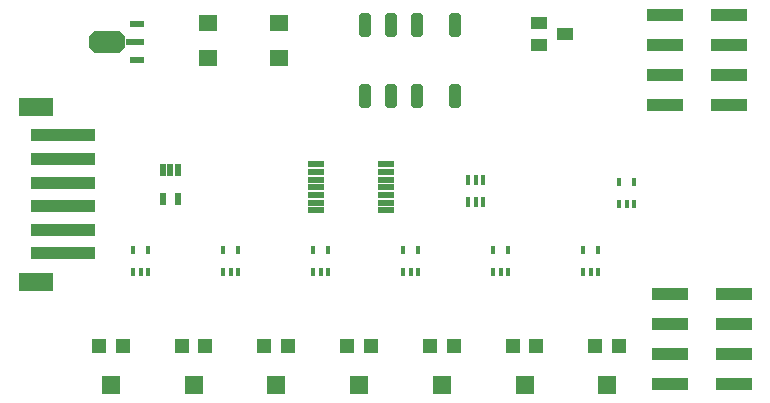
<source format=gbr>
%TF.GenerationSoftware,Altium Limited,Altium Designer,21.1.1 (26)*%
G04 Layer_Color=255*
%FSLAX26Y26*%
%MOIN*%
%TF.SameCoordinates,5075B572-C75D-40FD-B4B0-80468548393A*%
%TF.FilePolarity,Positive*%
%TF.FileFunction,Pads,Top*%
%TF.Part,Single*%
G01*
G75*
%TA.AperFunction,SMDPad,CuDef*%
%ADD10R,0.047244X0.047244*%
%ADD11R,0.062992X0.059055*%
%ADD12R,0.013780X0.027559*%
%ADD13R,0.122047X0.039370*%
G04:AMPARAMS|DCode=14|XSize=39.37mil|YSize=78.74mil|CornerRadius=9.842mil|HoleSize=0mil|Usage=FLASHONLY|Rotation=180.000|XOffset=0mil|YOffset=0mil|HoleType=Round|Shape=RoundedRectangle|*
%AMROUNDEDRECTD14*
21,1,0.039370,0.059055,0,0,180.0*
21,1,0.019685,0.078740,0,0,180.0*
1,1,0.019685,-0.009843,0.029528*
1,1,0.019685,0.009843,0.029528*
1,1,0.019685,0.009843,-0.029528*
1,1,0.019685,-0.009843,-0.029528*
%
%ADD14ROUNDEDRECTD14*%
G04:AMPARAMS|DCode=15|XSize=70.866mil|YSize=118.11mil|CornerRadius=0mil|HoleSize=0mil|Usage=FLASHONLY|Rotation=270.000|XOffset=0mil|YOffset=0mil|HoleType=Round|Shape=Octagon|*
%AMOCTAGOND15*
4,1,8,0.059055,0.017716,0.059055,-0.017716,0.041339,-0.035433,-0.041339,-0.035433,-0.059055,-0.017716,-0.059055,0.017716,-0.041339,0.035433,0.041339,0.035433,0.059055,0.017716,0.0*
%
%ADD15OCTAGOND15*%

%ADD16R,0.047244X0.019685*%
%ADD17R,0.062992X0.019685*%
%ADD18R,0.059055X0.055118*%
%ADD19R,0.055118X0.039370*%
G04:AMPARAMS|DCode=20|XSize=15.748mil|YSize=33.465mil|CornerRadius=3.937mil|HoleSize=0mil|Usage=FLASHONLY|Rotation=0.000|XOffset=0mil|YOffset=0mil|HoleType=Round|Shape=RoundedRectangle|*
%AMROUNDEDRECTD20*
21,1,0.015748,0.025591,0,0,0.0*
21,1,0.007874,0.033465,0,0,0.0*
1,1,0.007874,0.003937,-0.012795*
1,1,0.007874,-0.003937,-0.012795*
1,1,0.007874,-0.003937,0.012795*
1,1,0.007874,0.003937,0.012795*
%
%ADD20ROUNDEDRECTD20*%
G04:AMPARAMS|DCode=21|XSize=17.716mil|YSize=55.118mil|CornerRadius=1.949mil|HoleSize=0mil|Usage=FLASHONLY|Rotation=90.000|XOffset=0mil|YOffset=0mil|HoleType=Round|Shape=RoundedRectangle|*
%AMROUNDEDRECTD21*
21,1,0.017716,0.051221,0,0,90.0*
21,1,0.013819,0.055118,0,0,90.0*
1,1,0.003898,0.025610,0.006910*
1,1,0.003898,0.025610,-0.006910*
1,1,0.003898,-0.025610,-0.006910*
1,1,0.003898,-0.025610,0.006910*
%
%ADD21ROUNDEDRECTD21*%
G04:AMPARAMS|DCode=22|XSize=17.716mil|YSize=41.339mil|CornerRadius=1.949mil|HoleSize=0mil|Usage=FLASHONLY|Rotation=0.000|XOffset=0mil|YOffset=0mil|HoleType=Round|Shape=RoundedRectangle|*
%AMROUNDEDRECTD22*
21,1,0.017716,0.037441,0,0,0.0*
21,1,0.013819,0.041339,0,0,0.0*
1,1,0.003898,0.006910,-0.018721*
1,1,0.003898,-0.006910,-0.018721*
1,1,0.003898,-0.006910,0.018721*
1,1,0.003898,0.006910,0.018721*
%
%ADD22ROUNDEDRECTD22*%
%ADD23R,0.118110X0.062992*%
%ADD24R,0.216535X0.039370*%
D10*
X2394796Y1205866D02*
D03*
X2473536D02*
D03*
X1567296D02*
D03*
X1646036D02*
D03*
X1370204D02*
D03*
X1291464D02*
D03*
X2118964D02*
D03*
X2197706D02*
D03*
X1015630D02*
D03*
X1094370D02*
D03*
X1843130D02*
D03*
X1921870D02*
D03*
X2749370D02*
D03*
X2670630D02*
D03*
D11*
X2434166Y1077914D02*
D03*
X1606666D02*
D03*
X1330834D02*
D03*
X2158336D02*
D03*
X1055000D02*
D03*
X1882500D02*
D03*
X2710000D02*
D03*
D12*
X2328826Y1527402D02*
D03*
X2380006D02*
D03*
Y1452598D02*
D03*
X2354416D02*
D03*
X2328826D02*
D03*
X2028972Y1527402D02*
D03*
X2080152D02*
D03*
Y1452598D02*
D03*
X2054562D02*
D03*
X2028972D02*
D03*
X1729118D02*
D03*
X1754708D02*
D03*
X1780298D02*
D03*
Y1527402D02*
D03*
X1729118D02*
D03*
X1429264D02*
D03*
X1480444D02*
D03*
Y1452598D02*
D03*
X1454854D02*
D03*
X1429264D02*
D03*
X1129410Y1527402D02*
D03*
X1180590D02*
D03*
Y1452598D02*
D03*
X1155000D02*
D03*
X1129410D02*
D03*
X2628678D02*
D03*
X2654268D02*
D03*
X2679858D02*
D03*
Y1527402D02*
D03*
X2628678D02*
D03*
X2749410Y1678448D02*
D03*
X2775000D02*
D03*
X2800590D02*
D03*
Y1753252D02*
D03*
X2749410D02*
D03*
D13*
X3131300Y1080000D02*
D03*
Y1180000D02*
D03*
X2918700Y1080000D02*
D03*
Y1180000D02*
D03*
X3131300Y1280000D02*
D03*
X2918700D02*
D03*
X3131300Y1380000D02*
D03*
X2918700D02*
D03*
X2903700Y2310238D02*
D03*
X3116300D02*
D03*
X2903700Y2210238D02*
D03*
X3116300D02*
D03*
X2903700Y2110238D02*
D03*
Y2010238D02*
D03*
X3116300Y2110238D02*
D03*
Y2010238D02*
D03*
D14*
X2200984Y2038780D02*
D03*
X2075000D02*
D03*
X1901772Y2275000D02*
D03*
X1988386D02*
D03*
X2075000D02*
D03*
X1988386Y2038780D02*
D03*
X1901772D02*
D03*
X2200984Y2275000D02*
D03*
D15*
X1043504Y2219882D02*
D03*
D16*
X1141930Y2278938D02*
D03*
Y2160826D02*
D03*
D17*
X1134056Y2219882D02*
D03*
D18*
X1380000Y2164700D02*
D03*
Y2282812D02*
D03*
X1615000Y2164700D02*
D03*
Y2282812D02*
D03*
D19*
X2568308Y2246654D02*
D03*
X2481692Y2209252D02*
D03*
Y2284056D02*
D03*
D20*
X2246170Y1760236D02*
D03*
X2297352Y1687402D02*
D03*
X2246170D02*
D03*
X2297352Y1760236D02*
D03*
X2271762Y1687402D02*
D03*
Y1760236D02*
D03*
D21*
X1971854Y1658228D02*
D03*
Y1683820D02*
D03*
Y1709410D02*
D03*
Y1735000D02*
D03*
Y1760592D02*
D03*
Y1786182D02*
D03*
Y1811772D02*
D03*
X1739570Y1658228D02*
D03*
Y1683820D02*
D03*
Y1709410D02*
D03*
Y1735000D02*
D03*
Y1760592D02*
D03*
Y1786182D02*
D03*
Y1811772D02*
D03*
D22*
X1279338Y1793228D02*
D03*
X1253748D02*
D03*
X1228158D02*
D03*
Y1696772D02*
D03*
X1279338D02*
D03*
D23*
X805926Y2003228D02*
D03*
Y1420552D02*
D03*
D24*
X894508Y1908740D02*
D03*
Y1515040D02*
D03*
Y1830000D02*
D03*
Y1593780D02*
D03*
Y1751260D02*
D03*
Y1672520D02*
D03*
%TF.MD5,b8c3e268f1bcb49ba64cac95bd181f1e*%
M02*

</source>
